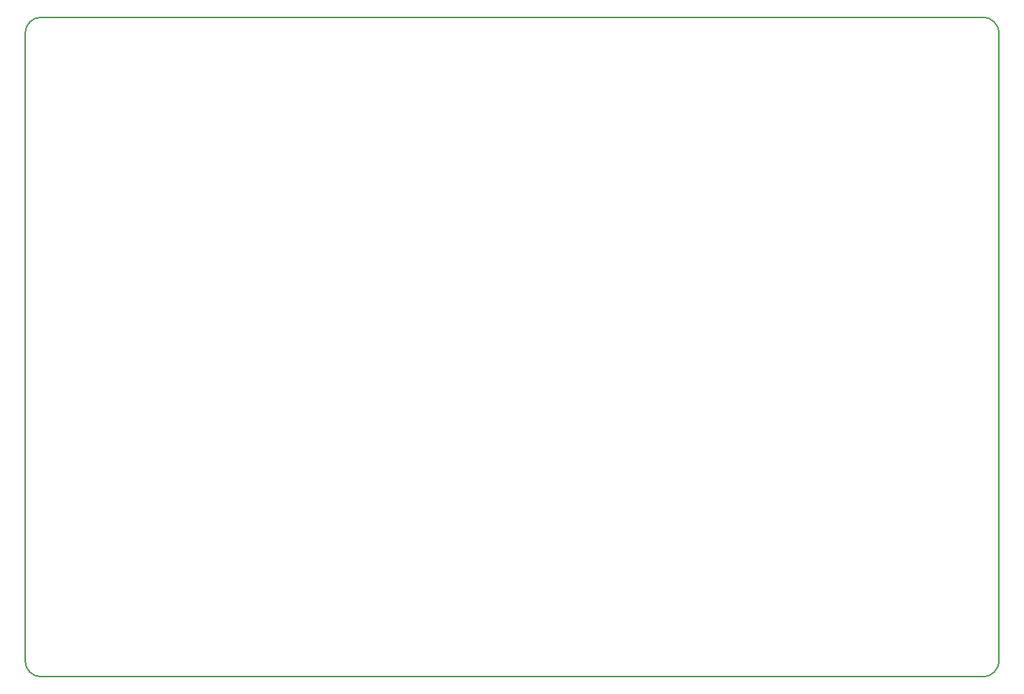
<source format=gm1>
G04 #@! TF.GenerationSoftware,KiCad,Pcbnew,8.0.6+1*
G04 #@! TF.CreationDate,2024-11-11T16:02:19+00:00*
G04 #@! TF.ProjectId,not_about_money,6e6f745f-6162-46f7-9574-5f6d6f6e6579,v1.0.0*
G04 #@! TF.SameCoordinates,Original*
G04 #@! TF.FileFunction,Profile,NP*
%FSLAX46Y46*%
G04 Gerber Fmt 4.6, Leading zero omitted, Abs format (unit mm)*
G04 Created by KiCad (PCBNEW 8.0.6+1) date 2024-11-11 16:02:19*
%MOMM*%
%LPD*%
G01*
G04 APERTURE LIST*
G04 #@! TA.AperFunction,Profile*
%ADD10C,0.150000*%
G04 #@! TD*
G04 APERTURE END LIST*
D10*
X88500000Y-109500000D02*
X88500000Y-33500000D01*
X88500000Y-33500000D02*
G75*
G02*
X90500000Y-31500000I2000000J0D01*
G01*
X90500000Y-31500000D02*
X204500000Y-31500000D01*
X204500000Y-31500000D02*
G75*
G02*
X206500000Y-33500000I0J-2000000D01*
G01*
X206500000Y-33500000D02*
X206500000Y-109500000D01*
X206500000Y-109500000D02*
G75*
G02*
X204500000Y-111500000I-2000000J0D01*
G01*
X204500000Y-111500000D02*
X90500000Y-111500000D01*
X90500000Y-111500000D02*
G75*
G02*
X88500000Y-109500000I0J2000000D01*
G01*
M02*

</source>
